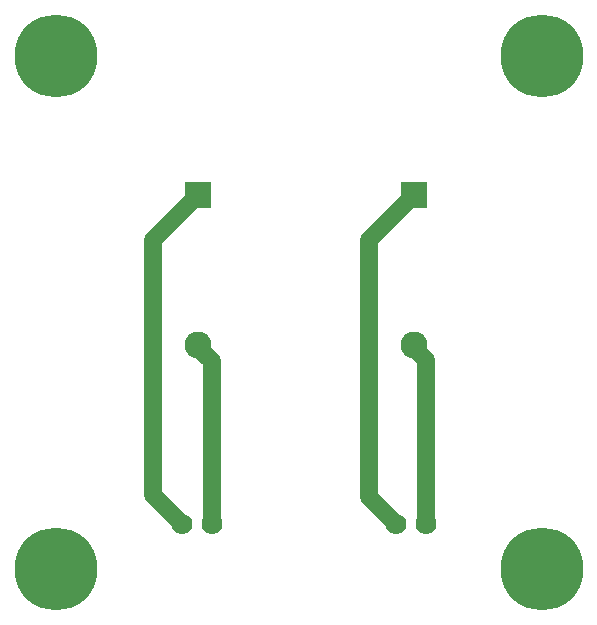
<source format=gbl>
G04*
G04 #@! TF.GenerationSoftware,Altium Limited,Altium Designer,21.5.1 (32)*
G04*
G04 Layer_Physical_Order=2*
G04 Layer_Color=16711680*
%FSLAX25Y25*%
%MOIN*%
G70*
G04*
G04 #@! TF.SameCoordinates,7B92BF34-365D-4222-AD46-ED6CFA3767D4*
G04*
G04*
G04 #@! TF.FilePolarity,Positive*
G04*
G01*
G75*
%ADD17C,0.27559*%
%ADD18C,0.07000*%
%ADD19R,0.09000X0.09000*%
%ADD20C,0.09000*%
%ADD21C,0.06000*%
D17*
X521000Y287500D02*
D03*
X683000D02*
D03*
Y116500D02*
D03*
X521000D02*
D03*
D18*
X644500Y131500D02*
D03*
X634500D02*
D03*
X573000D02*
D03*
X563000D02*
D03*
D19*
X640500Y241000D02*
D03*
X568500D02*
D03*
D20*
X640500Y191000D02*
D03*
X568500D02*
D03*
D21*
X553500Y141000D02*
X563000Y131500D01*
X553500Y226000D02*
X568500Y241000D01*
X553500Y141000D02*
Y226000D01*
X573000Y131500D02*
Y185688D01*
X568500Y190188D02*
X573000Y185688D01*
X568500Y190188D02*
Y191000D01*
X625500Y140500D02*
X634500Y131500D01*
X625500Y226000D02*
X640500Y241000D01*
X625500Y140500D02*
Y226000D01*
X644500Y131500D02*
Y186188D01*
X640500Y190188D02*
X644500Y186188D01*
X640500Y190188D02*
Y191000D01*
M02*

</source>
